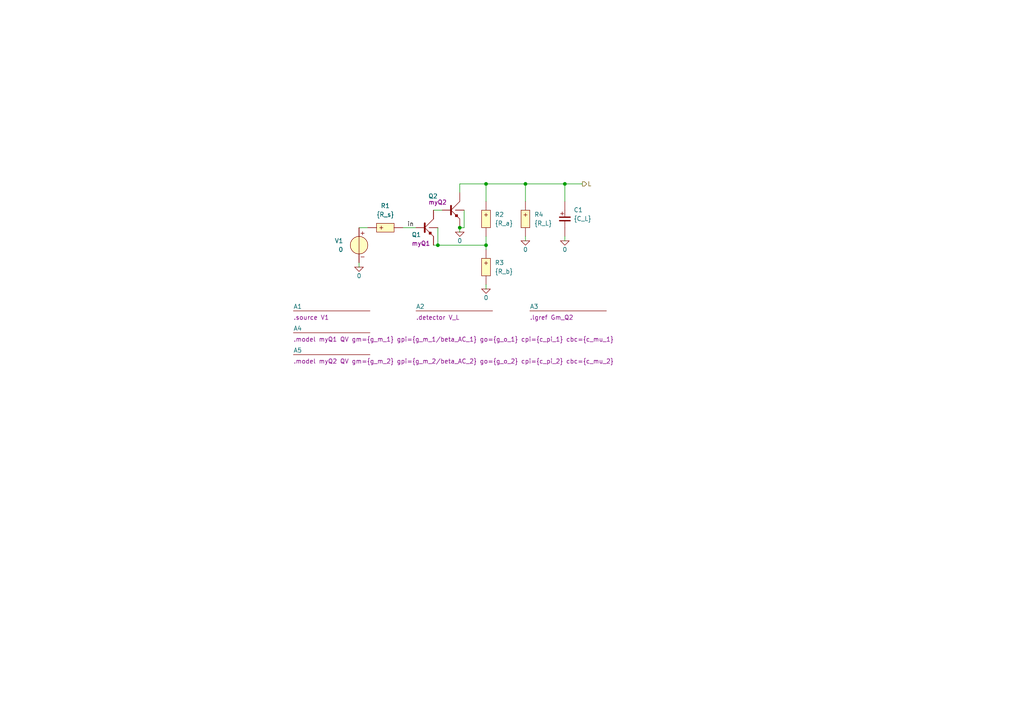
<source format=kicad_sch>
(kicad_sch (version 20250114) (generator "eeschema") (generator_version "9.0")
  (paper "A4")
  (title_block (title "Two-stage BJT voltage amplifier"))
  (lib_symbols
    (symbol "SLiCAP:C" (pin_numbers (hide yes)) (pin_names (offset 1.016) (hide yes))
      (property "Reference" "C?" (at 2.54 3.81 0))
      (property "Value" "?" (at 2.54 1.27 0) (show_name))
      (property "vinit" "0" (at 2.54 -1.27 0) (show_name))
      (symbol "C_0_0"
        (text "+" (at -0.762 1.651 0) (effects (font (size 1.27 1.27))))
      )
      (symbol "C_0_1"
        (polyline (pts (xy -1.524 0.508) (xy 1.524 0.508)) (stroke (width 0.381)))
        (polyline (pts (xy -1.524 -0.508) (xy 1.524 -0.508)) (stroke (width 0.381)))
        (polyline (pts (xy 0 2.54) (xy 0 0.508)))
        (polyline (pts (xy 0 -2.54) (xy 0 -0.508)))
      )
      (symbol "C_1_0"
        (pin passive line (at 0 5.08 270) (length 2.54) (name "1") (number "1"))
        (pin passive line (at 0 -5.08 90) (length 2.54) (name "2") (number "2"))
      )
    )
    (symbol "SLiCAP:Command" (pin_numbers (hide yes)) (pin_names (offset 0) (hide yes))
      (property "Reference" "A?" (at 0 1.27 0))
      (property "command" "?" (at 0 -1.905 0))
      (symbol "Command_0_1"
        (polyline (pts (xy 0 0) (xy 22.225 0)))
      )
    )
    (symbol "SLiCAP:GND" (power) (pin_numbers (hide yes)) (pin_names (offset 0) (hide yes))
      (property "Value" "0" (at 0 -2.54 0))
      (symbol "GND_0_1"
        (polyline (pts (xy -1.27 0) (xy 0 -1.27) (xy 1.27 0) (xy -1.27 0)))
      )
      (symbol "GND_1_1"
        (pin power_in line (at 0 0 0) (length 0) (name "~") (number "1"))
      )
    )
    (symbol "SLiCAP:Q" (pin_numbers (hide yes)) (pin_names (offset 0) (hide yes))
      (property "Reference" "Q?" (at 0.635 1.905 0))
      (property "model" "Q" (at 0.635 -1.905 0) (show_name))
      (symbol "Q_0_1"
        (polyline (pts (xy -1.27 -1.27) (xy -1.27 -1.27) (xy -1.27 -1.905) (xy -0.635 -1.905) (xy -0.635 -1.27) (xy -0.635 -1.27) (xy -1.27 -1.27)) (fill (type outline)))
      )
      (symbol "Q_1_0"
        (pin unspecified line (at -5.08 0 0) (length 2.54) (name "B") (number "2"))
        (pin unspecified line (at 0 5.08 270) (length 2.54) (name "C") (number "1"))
        (pin unspecified line (at 0 -5.08 90) (length 2.54) (name "E") (number "3"))
        (pin unspecified line (at 1.27 0 180) (length 2.54) (name "S") (number "4"))
      )
      (symbol "Q_1_1"
        (polyline (pts (xy -2.54 -1.27) (xy -2.54 1.27)) (stroke (width 0.5)))
        (polyline (pts (xy 0 2.54) (xy -2.54 0) (xy -2.54 0)))
        (polyline (pts (xy 0 -2.54) (xy -2.54 0)))
      )
    )
    (symbol "SLiCAP:R" (pin_numbers (hide yes)) (pin_names (offset 1.016) (hide yes))
      (property "Reference" "R?" (at 1.905 3.81 0))
      (property "Value" "?" (at 1.905 1.905 0) (show_name))
      (property "noisetemp" "0" (at 1.905 0 0) (show_name))
      (property "noiseflow" "0" (at 15.24 0 0) (show_name))
      (property "dcvar" "0" (at 1.905 -1.905 0) (show_name))
      (property "dcvarlot" "0" (at 15.24 -1.905 0) (show_name))
      (symbol "R_0_0"
        (text "+" (at 0 1.27 0) (effects (font (size 1.27 1.27))))
      )
      (symbol "R_1_0"
        (pin passive line (at 0 5.08 270) (length 2.54) (name "1") (number "1"))
        (pin passive line (at 0 -5.08 90) (length 2.54) (name "2") (number "2"))
      )
      (symbol "R_1_1"
        (rectangle (start -1.27 2.54) (end 1.27 -2.54) (fill (type background)))
      )
    )
    (symbol "SLiCAP:V" (pin_numbers (hide yes)) (pin_names (offset 0) (hide yes))
      (property "Reference" "V?" (at 3.175 4.445 0))
      (property "Value" "?" (at 3.175 2.54 0) (show_name))
      (property "noise" "0" (at 3.175 -3.175 0) (show_name))
      (property "dc" "0" (at 3.175 0.635 0) (show_name))
      (property "dcvar" "0" (at 3.175 -1.27 0) (show_name))
      (symbol "V_0_0"
        (text "+" (at -1.016 3.556 0) (effects (font (size 1.27 1.27))))
        (text "-" (at -1.016 -3.302 0) (effects (font (size 1.27 1.27))))
        (pin power_out line (at 0 5.08 270) (length 2.54) (name "p") (number "1"))
        (pin power_out line (at 0 -5.08 90) (length 2.54) (name "n") (number "2"))
      )
      (symbol "V_0_1"
        (polyline (pts (xy 0 2.54) (xy 0 -2.54)))
      )
      (symbol "V_1_0"
        (circle (center 0 0) (radius 2.54) (fill (type background)))
      )
    )
  )
  (junction (at 140.97 71.12))
  (junction (at 127 71.12))
  (junction (at 163.83 53.34))
  (junction (at 140.97 53.34))
  (junction (at 152.4 53.34))
  (junction (at 133.35 66.04))
  (wire (pts (xy 120.65 66.04) (xy 116.84 66.04)))
  (wire (pts (xy 152.4 68.58) (xy 152.4 69.85)))
  (wire (pts (xy 140.97 82.55) (xy 140.97 83.82)))
  (wire (pts (xy 140.97 58.42) (xy 140.97 53.34)))
  (wire (pts (xy 133.35 53.34) (xy 133.35 55.88)))
  (wire (pts (xy 152.4 53.34) (xy 163.83 53.34)))
  (wire (pts (xy 133.35 66.04) (xy 134.62 66.04)))
  (wire (pts (xy 127 66.04) (xy 127 71.12)))
  (wire (pts (xy 104.14 66.04) (xy 106.68 66.04)))
  (wire (pts (xy 133.35 67.31) (xy 133.35 66.04)))
  (wire (pts (xy 163.83 53.34) (xy 163.83 58.42)))
  (wire (pts (xy 125.73 60.96) (xy 128.27 60.96)))
  (wire (pts (xy 134.62 60.96) (xy 134.62 66.04)))
  (wire (pts (xy 163.83 68.58) (xy 163.83 69.85)))
  (wire (pts (xy 127 71.12) (xy 140.97 71.12)))
  (wire (pts (xy 140.97 72.39) (xy 140.97 71.12)))
  (wire (pts (xy 140.97 68.58) (xy 140.97 71.12)))
  (wire (pts (xy 163.83 53.34) (xy 168.91 53.34)))
  (wire (pts (xy 133.35 53.34) (xy 140.97 53.34)))
  (wire (pts (xy 104.14 77.47) (xy 104.14 76.2)))
  (wire (pts (xy 140.97 53.34) (xy 152.4 53.34)))
  (wire (pts (xy 125.73 71.12) (xy 127 71.12)))
  (wire (pts (xy 152.4 53.34) (xy 152.4 58.42)))
  (label "in" (at 118.11 66.04 0))
  (hierarchical_label "L" (shape output) (at 168.91 53.34 0))
  (symbol (lib_id "SLiCAP:R") (at 152.4 63.5 0) (unit 1)
    (property "Reference" "R4" (at 154.94 62.2299 0) (effects (justify left)))
    (property "Value" "{R_L}" (at 154.94 64.7699 0) (effects (justify left)))
    (property "Description" "Resistor (cannot have zero resistance)" (effects (hide yes)))
    (property "model" "R" (effects (hide yes)))
    (property "noisetemp" "0" (effects (hide yes)))
    (property "noiseflow" "0" (effects (hide yes)))
    (property "dcvar" "0" (effects (hide yes)))
    (property "dcvarlot" "0" (effects (hide yes)))
  )
  (symbol (lib_id "SLiCAP:Command") (at 85.09 102.87 0) (unit 1)
    (property "Reference" "A5" (at 85.09 101.6 0) (effects (justify left)))
    (property "Description" "SLiCAP command (.lib, .param, .model. subckt}" (effects (hide yes)))
    (property "command" ".model myQ2 QV gm={g_m_2} gpi={g_m_2/beta_AC_2} go={g_o_2} cpi={c_pi_2} cbc={c_mu_2}" (at 85.09 104.775 0) (effects (justify left)))
  )
  (symbol (lib_id "SLiCAP:V") (at 104.14 71.12 0) (mirror y) (unit 1)
    (property "Reference" "V1" (at 99.568 69.85 0) (effects (justify left)))
    (property "Value" "0" (at 99.568 72.39 0) (effects (justify left)))
    (property "Description" "Independent voltage source" (effects (hide yes)))
    (property "noise" "0" (effects (hide yes)))
    (property "dc" "0" (effects (hide yes)))
    (property "dcvar" "0" (effects (hide yes)))
    (property "model" "V" (effects (hide yes)))
  )
  (symbol (lib_id "SLiCAP:GND") (at 133.35 67.31 0) (unit 1)
    (property "Reference" "#02" (effects (hide yes)))
    (property "Value" "0" (at 133.35 69.85 0))
    (property "Description" "0V reference potential" (effects (hide yes)))
  )
  (symbol (lib_id "SLiCAP:Command") (at 153.67 90.17 0) (unit 1)
    (property "Reference" "A3" (at 153.67 88.9 0) (effects (justify left)))
    (property "Description" "SLiCAP command (.lib, .param, .model. subckt}" (effects (hide yes)))
    (property "command" ".lgref Gm_Q2" (at 153.67 92.075 0) (effects (justify left)))
  )
  (symbol (lib_id "SLiCAP:GND") (at 163.83 69.85 0) (unit 1)
    (property "Reference" "#05" (effects (hide yes)))
    (property "Value" "0" (at 163.83 72.39 0))
    (property "Description" "0V reference potential" (effects (hide yes)))
  )
  (symbol (lib_id "SLiCAP:C") (at 163.83 63.5 0) (unit 1)
    (property "Reference" "C1" (at 166.37 60.8936 0) (effects (justify left)))
    (property "Value" "{C_L}" (at 166.37 63.4336 0) (effects (justify left)))
    (property "Description" "Capacitor" (effects (hide yes)))
    (property "model" "C" (effects (hide yes)))
    (property "vinit" "0" (effects (hide yes)))
  )
  (symbol (lib_id "SLiCAP:GND") (at 104.14 77.47 0) (unit 1)
    (property "Reference" "#01" (effects (hide yes)))
    (property "Value" "0" (at 104.14 80.01 0))
    (property "Description" "0V reference potential" (effects (hide yes)))
  )
  (symbol (lib_id "SLiCAP:Command") (at 120.65 90.17 0) (unit 1)
    (property "Reference" "A2" (at 120.65 88.9 0) (effects (justify left)))
    (property "Description" "SLiCAP command (.lib, .param, .model. subckt}" (effects (hide yes)))
    (property "command" ".detector V_L" (at 120.65 92.075 0) (effects (justify left)))
  )
  (symbol (lib_id "SLiCAP:R") (at 111.76 66.04 90) (unit 1)
    (property "Reference" "R1" (at 111.76 59.69 90))
    (property "Value" "{R_s}" (at 111.76 62.23 90))
    (property "Description" "Resistor (cannot have zero resistance)" (effects (hide yes)))
    (property "model" "R" (effects (hide yes)))
    (property "noisetemp" "0" (effects (hide yes)))
    (property "noiseflow" "0" (effects (hide yes)))
    (property "dcvar" "0" (effects (hide yes)))
    (property "dcvarlot" "0" (effects (hide yes)))
  )
  (symbol (lib_id "SLiCAP:Command") (at 85.09 90.17 0) (unit 1)
    (property "Reference" "A1" (at 85.09 88.9 0) (effects (justify left)))
    (property "Description" "SLiCAP command (.lib, .param, .model. subckt}" (effects (hide yes)))
    (property "command" ".source V1" (at 85.09 92.075 0) (effects (justify left)))
  )
  (symbol (lib_id "SLiCAP:GND") (at 140.97 83.82 0) (unit 1)
    (property "Reference" "#03" (effects (hide yes)))
    (property "Value" "0" (at 140.97 86.36 0))
    (property "Description" "0V reference potential" (effects (hide yes)))
  )
  (symbol (lib_id "SLiCAP:R") (at 140.97 77.47 0) (unit 1)
    (property "Reference" "R3" (at 143.51 76.1999 0) (effects (justify left)))
    (property "Value" "{R_b}" (at 143.51 78.7399 0) (effects (justify left)))
    (property "Description" "Resistor (cannot have zero resistance)" (effects (hide yes)))
    (property "model" "R" (effects (hide yes)))
    (property "noisetemp" "0" (effects (hide yes)))
    (property "noiseflow" "0" (effects (hide yes)))
    (property "dcvar" "0" (effects (hide yes)))
    (property "dcvarlot" "0" (effects (hide yes)))
  )
  (symbol (lib_id "SLiCAP:Command") (at 85.09 96.52 0) (unit 1)
    (property "Reference" "A4" (at 85.09 95.25 0) (effects (justify left)))
    (property "Description" "SLiCAP command (.lib, .param, .model. subckt}" (effects (hide yes)))
    (property "command" ".model myQ1 QV gm={g_m_1} gpi={g_m_1/beta_AC_1} go={g_o_1} cpi={c_pi_1} cbc={c_mu_1}" (at 85.09 98.425 0) (effects (justify left)))
  )
  (symbol (lib_id "SLiCAP:GND") (at 152.4 69.85 0) (unit 1)
    (property "Reference" "#04" (effects (hide yes)))
    (property "Value" "0" (at 152.4 72.39 0))
    (property "Description" "0V reference potential" (effects (hide yes)))
  )
  (symbol (lib_id "SLiCAP:R") (at 140.97 63.5 0) (unit 1)
    (property "Reference" "R2" (at 143.51 62.2299 0) (effects (justify left)))
    (property "Value" "{R_a}" (at 143.51 64.7699 0) (effects (justify left)))
    (property "Description" "Resistor (cannot have zero resistance)" (effects (hide yes)))
    (property "model" "R" (effects (hide yes)))
    (property "noisetemp" "0" (effects (hide yes)))
    (property "noiseflow" "0" (effects (hide yes)))
    (property "dcvar" "0" (effects (hide yes)))
    (property "dcvarlot" "0" (effects (hide yes)))
  )
  (symbol (lib_id "SLiCAP:Q") (at 133.35 60.96 0) (unit 1)
    (property "Reference" "Q2" (at 124.206 56.896 0) (effects (justify left)))
    (property "Description" "Vertical or lateral Bipolar Junction Transistor (NPN or PNP, small-signal model)" (effects (hide yes)))
    (property "model" "myQ2" (at 124.206 58.674 0) (effects (justify left)))
  )
  (symbol (lib_id "SLiCAP:Q") (at 125.73 66.04 0) (unit 1)
    (property "Reference" "Q1" (at 119.38 68.072 0) (effects (justify left)))
    (property "Description" "Vertical or lateral Bipolar Junction Transistor (NPN or PNP, small-signal model)" (effects (hide yes)))
    (property "model" "myQ1" (at 119.38 70.612 0) (effects (justify left)))
  )
)
</source>
